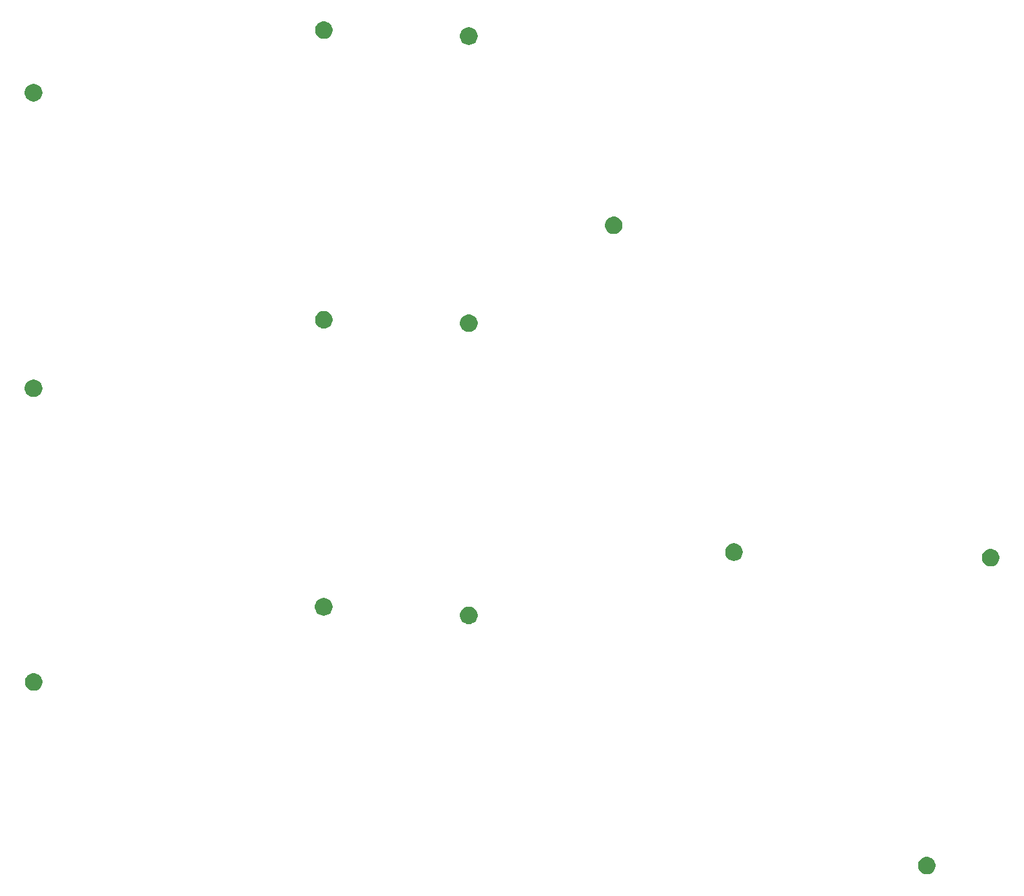
<source format=gts>
G04 #@! TF.GenerationSoftware,KiCad,Pcbnew,(5.1.5)-3*
G04 #@! TF.CreationDate,2021-01-08T22:30:43-06:00*
G04 #@! TF.ProjectId,Bottom Plate,426f7474-6f6d-4205-906c-6174652e6b69,rev?*
G04 #@! TF.SameCoordinates,Original*
G04 #@! TF.FileFunction,Soldermask,Top*
G04 #@! TF.FilePolarity,Negative*
%FSLAX46Y46*%
G04 Gerber Fmt 4.6, Leading zero omitted, Abs format (unit mm)*
G04 Created by KiCad (PCBNEW (5.1.5)-3) date 2021-01-08 22:30:43*
%MOMM*%
%LPD*%
G04 APERTURE LIST*
%ADD10C,0.100000*%
G04 APERTURE END LIST*
D10*
G36*
X167514549Y-171921116D02*
G01*
X167625734Y-171943232D01*
X167835203Y-172029997D01*
X168023720Y-172155960D01*
X168184040Y-172316280D01*
X168310003Y-172504797D01*
X168396768Y-172714266D01*
X168441000Y-172936636D01*
X168441000Y-173163364D01*
X168396768Y-173385734D01*
X168310003Y-173595203D01*
X168184040Y-173783720D01*
X168023720Y-173944040D01*
X167835203Y-174070003D01*
X167625734Y-174156768D01*
X167514549Y-174178884D01*
X167403365Y-174201000D01*
X167176635Y-174201000D01*
X167065451Y-174178884D01*
X166954266Y-174156768D01*
X166744797Y-174070003D01*
X166556280Y-173944040D01*
X166395960Y-173783720D01*
X166269997Y-173595203D01*
X166183232Y-173385734D01*
X166139000Y-173163364D01*
X166139000Y-172936636D01*
X166183232Y-172714266D01*
X166269997Y-172504797D01*
X166395960Y-172316280D01*
X166556280Y-172155960D01*
X166744797Y-172029997D01*
X166954266Y-171943232D01*
X167065451Y-171921116D01*
X167176635Y-171899000D01*
X167403365Y-171899000D01*
X167514549Y-171921116D01*
G37*
G36*
X50234549Y-147801116D02*
G01*
X50345734Y-147823232D01*
X50555203Y-147909997D01*
X50743720Y-148035960D01*
X50904040Y-148196280D01*
X51030003Y-148384797D01*
X51116768Y-148594266D01*
X51161000Y-148816636D01*
X51161000Y-149043364D01*
X51116768Y-149265734D01*
X51030003Y-149475203D01*
X50904040Y-149663720D01*
X50743720Y-149824040D01*
X50555203Y-149950003D01*
X50345734Y-150036768D01*
X50234549Y-150058884D01*
X50123365Y-150081000D01*
X49896635Y-150081000D01*
X49785451Y-150058884D01*
X49674266Y-150036768D01*
X49464797Y-149950003D01*
X49276280Y-149824040D01*
X49115960Y-149663720D01*
X48989997Y-149475203D01*
X48903232Y-149265734D01*
X48859000Y-149043364D01*
X48859000Y-148816636D01*
X48903232Y-148594266D01*
X48989997Y-148384797D01*
X49115960Y-148196280D01*
X49276280Y-148035960D01*
X49464797Y-147909997D01*
X49674266Y-147823232D01*
X49785451Y-147801116D01*
X49896635Y-147779000D01*
X50123365Y-147779000D01*
X50234549Y-147801116D01*
G37*
G36*
X107374549Y-139041116D02*
G01*
X107485734Y-139063232D01*
X107695203Y-139149997D01*
X107883720Y-139275960D01*
X108044040Y-139436280D01*
X108170003Y-139624797D01*
X108256768Y-139834266D01*
X108301000Y-140056636D01*
X108301000Y-140283364D01*
X108256768Y-140505734D01*
X108170003Y-140715203D01*
X108044040Y-140903720D01*
X107883720Y-141064040D01*
X107695203Y-141190003D01*
X107485734Y-141276768D01*
X107374549Y-141298884D01*
X107263365Y-141321000D01*
X107036635Y-141321000D01*
X106925451Y-141298884D01*
X106814266Y-141276768D01*
X106604797Y-141190003D01*
X106416280Y-141064040D01*
X106255960Y-140903720D01*
X106129997Y-140715203D01*
X106043232Y-140505734D01*
X105999000Y-140283364D01*
X105999000Y-140056636D01*
X106043232Y-139834266D01*
X106129997Y-139624797D01*
X106255960Y-139436280D01*
X106416280Y-139275960D01*
X106604797Y-139149997D01*
X106814266Y-139063232D01*
X106925451Y-139041116D01*
X107036635Y-139019000D01*
X107263365Y-139019000D01*
X107374549Y-139041116D01*
G37*
G36*
X88324549Y-137911116D02*
G01*
X88435734Y-137933232D01*
X88645203Y-138019997D01*
X88833720Y-138145960D01*
X88994040Y-138306280D01*
X89120003Y-138494797D01*
X89206768Y-138704266D01*
X89251000Y-138926636D01*
X89251000Y-139153364D01*
X89206768Y-139375734D01*
X89120003Y-139585203D01*
X88994040Y-139773720D01*
X88833720Y-139934040D01*
X88645203Y-140060003D01*
X88435734Y-140146768D01*
X88324549Y-140168884D01*
X88213365Y-140191000D01*
X87986635Y-140191000D01*
X87875451Y-140168884D01*
X87764266Y-140146768D01*
X87554797Y-140060003D01*
X87366280Y-139934040D01*
X87205960Y-139773720D01*
X87079997Y-139585203D01*
X86993232Y-139375734D01*
X86949000Y-139153364D01*
X86949000Y-138926636D01*
X86993232Y-138704266D01*
X87079997Y-138494797D01*
X87205960Y-138306280D01*
X87366280Y-138145960D01*
X87554797Y-138019997D01*
X87764266Y-137933232D01*
X87875451Y-137911116D01*
X87986635Y-137889000D01*
X88213365Y-137889000D01*
X88324549Y-137911116D01*
G37*
G36*
X175884549Y-131451116D02*
G01*
X175995734Y-131473232D01*
X176205203Y-131559997D01*
X176393720Y-131685960D01*
X176554040Y-131846280D01*
X176680003Y-132034797D01*
X176766768Y-132244266D01*
X176811000Y-132466636D01*
X176811000Y-132693364D01*
X176766768Y-132915734D01*
X176680003Y-133125203D01*
X176554040Y-133313720D01*
X176393720Y-133474040D01*
X176205203Y-133600003D01*
X175995734Y-133686768D01*
X175884549Y-133708884D01*
X175773365Y-133731000D01*
X175546635Y-133731000D01*
X175435451Y-133708884D01*
X175324266Y-133686768D01*
X175114797Y-133600003D01*
X174926280Y-133474040D01*
X174765960Y-133313720D01*
X174639997Y-133125203D01*
X174553232Y-132915734D01*
X174509000Y-132693364D01*
X174509000Y-132466636D01*
X174553232Y-132244266D01*
X174639997Y-132034797D01*
X174765960Y-131846280D01*
X174926280Y-131685960D01*
X175114797Y-131559997D01*
X175324266Y-131473232D01*
X175435451Y-131451116D01*
X175546635Y-131429000D01*
X175773365Y-131429000D01*
X175884549Y-131451116D01*
G37*
G36*
X142184549Y-130721116D02*
G01*
X142295734Y-130743232D01*
X142505203Y-130829997D01*
X142693720Y-130955960D01*
X142854040Y-131116280D01*
X142980003Y-131304797D01*
X143066768Y-131514266D01*
X143111000Y-131736636D01*
X143111000Y-131963364D01*
X143066768Y-132185734D01*
X142980003Y-132395203D01*
X142854040Y-132583720D01*
X142693720Y-132744040D01*
X142505203Y-132870003D01*
X142295734Y-132956768D01*
X142184549Y-132978884D01*
X142073365Y-133001000D01*
X141846635Y-133001000D01*
X141735451Y-132978884D01*
X141624266Y-132956768D01*
X141414797Y-132870003D01*
X141226280Y-132744040D01*
X141065960Y-132583720D01*
X140939997Y-132395203D01*
X140853232Y-132185734D01*
X140809000Y-131963364D01*
X140809000Y-131736636D01*
X140853232Y-131514266D01*
X140939997Y-131304797D01*
X141065960Y-131116280D01*
X141226280Y-130955960D01*
X141414797Y-130829997D01*
X141624266Y-130743232D01*
X141735451Y-130721116D01*
X141846635Y-130699000D01*
X142073365Y-130699000D01*
X142184549Y-130721116D01*
G37*
G36*
X50224549Y-109201116D02*
G01*
X50335734Y-109223232D01*
X50545203Y-109309997D01*
X50733720Y-109435960D01*
X50894040Y-109596280D01*
X51020003Y-109784797D01*
X51106768Y-109994266D01*
X51151000Y-110216636D01*
X51151000Y-110443364D01*
X51106768Y-110665734D01*
X51020003Y-110875203D01*
X50894040Y-111063720D01*
X50733720Y-111224040D01*
X50545203Y-111350003D01*
X50335734Y-111436768D01*
X50224549Y-111458884D01*
X50113365Y-111481000D01*
X49886635Y-111481000D01*
X49775451Y-111458884D01*
X49664266Y-111436768D01*
X49454797Y-111350003D01*
X49266280Y-111224040D01*
X49105960Y-111063720D01*
X48979997Y-110875203D01*
X48893232Y-110665734D01*
X48849000Y-110443364D01*
X48849000Y-110216636D01*
X48893232Y-109994266D01*
X48979997Y-109784797D01*
X49105960Y-109596280D01*
X49266280Y-109435960D01*
X49454797Y-109309997D01*
X49664266Y-109223232D01*
X49775451Y-109201116D01*
X49886635Y-109179000D01*
X50113365Y-109179000D01*
X50224549Y-109201116D01*
G37*
G36*
X107374549Y-100631116D02*
G01*
X107485734Y-100653232D01*
X107695203Y-100739997D01*
X107883720Y-100865960D01*
X108044040Y-101026280D01*
X108170003Y-101214797D01*
X108256395Y-101423365D01*
X108256768Y-101424267D01*
X108300821Y-101645733D01*
X108301000Y-101646636D01*
X108301000Y-101873364D01*
X108256768Y-102095734D01*
X108170003Y-102305203D01*
X108044040Y-102493720D01*
X107883720Y-102654040D01*
X107695203Y-102780003D01*
X107485734Y-102866768D01*
X107374549Y-102888884D01*
X107263365Y-102911000D01*
X107036635Y-102911000D01*
X106925451Y-102888884D01*
X106814266Y-102866768D01*
X106604797Y-102780003D01*
X106416280Y-102654040D01*
X106255960Y-102493720D01*
X106129997Y-102305203D01*
X106043232Y-102095734D01*
X105999000Y-101873364D01*
X105999000Y-101646636D01*
X105999180Y-101645733D01*
X106043232Y-101424267D01*
X106043606Y-101423365D01*
X106129997Y-101214797D01*
X106255960Y-101026280D01*
X106416280Y-100865960D01*
X106604797Y-100739997D01*
X106814266Y-100653232D01*
X106925451Y-100631116D01*
X107036635Y-100609000D01*
X107263365Y-100609000D01*
X107374549Y-100631116D01*
G37*
G36*
X88334549Y-100181116D02*
G01*
X88445734Y-100203232D01*
X88655203Y-100289997D01*
X88843720Y-100415960D01*
X89004040Y-100576280D01*
X89113432Y-100739997D01*
X89130004Y-100764799D01*
X89216768Y-100974267D01*
X89261000Y-101196635D01*
X89261000Y-101423365D01*
X89238884Y-101534549D01*
X89216768Y-101645734D01*
X89130003Y-101855203D01*
X89004040Y-102043720D01*
X88843720Y-102204040D01*
X88655203Y-102330003D01*
X88445734Y-102416768D01*
X88334549Y-102438884D01*
X88223365Y-102461000D01*
X87996635Y-102461000D01*
X87885451Y-102438884D01*
X87774266Y-102416768D01*
X87564797Y-102330003D01*
X87376280Y-102204040D01*
X87215960Y-102043720D01*
X87089997Y-101855203D01*
X87003232Y-101645734D01*
X86981116Y-101534549D01*
X86959000Y-101423365D01*
X86959000Y-101196635D01*
X87003232Y-100974267D01*
X87089996Y-100764799D01*
X87106568Y-100739997D01*
X87215960Y-100576280D01*
X87376280Y-100415960D01*
X87564797Y-100289997D01*
X87774266Y-100203232D01*
X87885451Y-100181116D01*
X87996635Y-100159000D01*
X88223365Y-100159000D01*
X88334549Y-100181116D01*
G37*
G36*
X126404549Y-87761116D02*
G01*
X126515734Y-87783232D01*
X126725203Y-87869997D01*
X126913720Y-87995960D01*
X127074040Y-88156280D01*
X127200003Y-88344797D01*
X127286768Y-88554266D01*
X127331000Y-88776636D01*
X127331000Y-89003364D01*
X127286768Y-89225734D01*
X127200003Y-89435203D01*
X127074040Y-89623720D01*
X126913720Y-89784040D01*
X126725203Y-89910003D01*
X126515734Y-89996768D01*
X126404549Y-90018884D01*
X126293365Y-90041000D01*
X126066635Y-90041000D01*
X125955451Y-90018884D01*
X125844266Y-89996768D01*
X125634797Y-89910003D01*
X125446280Y-89784040D01*
X125285960Y-89623720D01*
X125159997Y-89435203D01*
X125073232Y-89225734D01*
X125029000Y-89003364D01*
X125029000Y-88776636D01*
X125073232Y-88554266D01*
X125159997Y-88344797D01*
X125285960Y-88156280D01*
X125446280Y-87995960D01*
X125634797Y-87869997D01*
X125844266Y-87783232D01*
X125955451Y-87761116D01*
X126066635Y-87739000D01*
X126293365Y-87739000D01*
X126404549Y-87761116D01*
G37*
G36*
X50224549Y-70341116D02*
G01*
X50335734Y-70363232D01*
X50545203Y-70449997D01*
X50733720Y-70575960D01*
X50894040Y-70736280D01*
X51020003Y-70924797D01*
X51106768Y-71134266D01*
X51151000Y-71356636D01*
X51151000Y-71583364D01*
X51106768Y-71805734D01*
X51020003Y-72015203D01*
X50894040Y-72203720D01*
X50733720Y-72364040D01*
X50545203Y-72490003D01*
X50335734Y-72576768D01*
X50224549Y-72598884D01*
X50113365Y-72621000D01*
X49886635Y-72621000D01*
X49775451Y-72598884D01*
X49664266Y-72576768D01*
X49454797Y-72490003D01*
X49266280Y-72364040D01*
X49105960Y-72203720D01*
X48979997Y-72015203D01*
X48893232Y-71805734D01*
X48849000Y-71583364D01*
X48849000Y-71356636D01*
X48893232Y-71134266D01*
X48979997Y-70924797D01*
X49105960Y-70736280D01*
X49266280Y-70575960D01*
X49454797Y-70449997D01*
X49664266Y-70363232D01*
X49775451Y-70341116D01*
X49886635Y-70319000D01*
X50113365Y-70319000D01*
X50224549Y-70341116D01*
G37*
G36*
X107374549Y-62901116D02*
G01*
X107485734Y-62923232D01*
X107695203Y-63009997D01*
X107883720Y-63135960D01*
X108044040Y-63296280D01*
X108170003Y-63484797D01*
X108256768Y-63694266D01*
X108301000Y-63916636D01*
X108301000Y-64143364D01*
X108256768Y-64365734D01*
X108170003Y-64575203D01*
X108044040Y-64763720D01*
X107883720Y-64924040D01*
X107695203Y-65050003D01*
X107485734Y-65136768D01*
X107374549Y-65158884D01*
X107263365Y-65181000D01*
X107036635Y-65181000D01*
X106925451Y-65158884D01*
X106814266Y-65136768D01*
X106604797Y-65050003D01*
X106416280Y-64924040D01*
X106255960Y-64763720D01*
X106129997Y-64575203D01*
X106043232Y-64365734D01*
X105999000Y-64143364D01*
X105999000Y-63916636D01*
X106043232Y-63694266D01*
X106129997Y-63484797D01*
X106255960Y-63296280D01*
X106416280Y-63135960D01*
X106604797Y-63009997D01*
X106814266Y-62923232D01*
X106925451Y-62901116D01*
X107036635Y-62879000D01*
X107263365Y-62879000D01*
X107374549Y-62901116D01*
G37*
G36*
X88334549Y-62121116D02*
G01*
X88445734Y-62143232D01*
X88655203Y-62229997D01*
X88843720Y-62355960D01*
X89004040Y-62516280D01*
X89130003Y-62704797D01*
X89216768Y-62914266D01*
X89261000Y-63136636D01*
X89261000Y-63363364D01*
X89216768Y-63585734D01*
X89130003Y-63795203D01*
X89004040Y-63983720D01*
X88843720Y-64144040D01*
X88655203Y-64270003D01*
X88445734Y-64356768D01*
X88334549Y-64378884D01*
X88223365Y-64401000D01*
X87996635Y-64401000D01*
X87885451Y-64378884D01*
X87774266Y-64356768D01*
X87564797Y-64270003D01*
X87376280Y-64144040D01*
X87215960Y-63983720D01*
X87089997Y-63795203D01*
X87003232Y-63585734D01*
X86959000Y-63363364D01*
X86959000Y-63136636D01*
X87003232Y-62914266D01*
X87089997Y-62704797D01*
X87215960Y-62516280D01*
X87376280Y-62355960D01*
X87564797Y-62229997D01*
X87774266Y-62143232D01*
X87885451Y-62121116D01*
X87996635Y-62099000D01*
X88223365Y-62099000D01*
X88334549Y-62121116D01*
G37*
M02*

</source>
